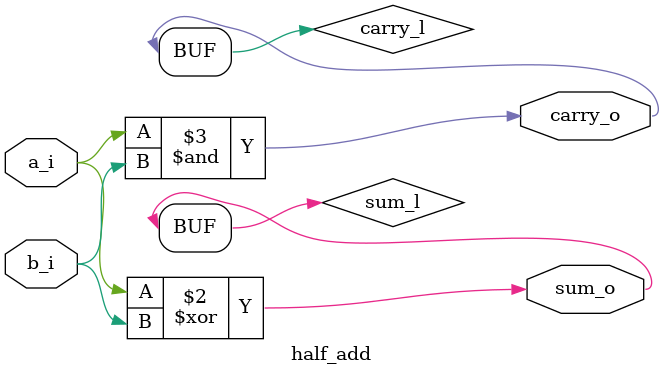
<source format=sv>
module half_add
  (input [0:0] a_i
  ,input [0:0] b_i
  ,output [0:0] carry_o
  ,output [0:0] sum_o);

  logic [0:0] carry_l;
  logic [0:0] sum_l;

  always_comb begin
    sum_l = a_i ^ b_i;
    carry_l = a_i & b_i;
  end

  assign carry_o = carry_l;
  assign sum_o= sum_l;

endmodule

</source>
